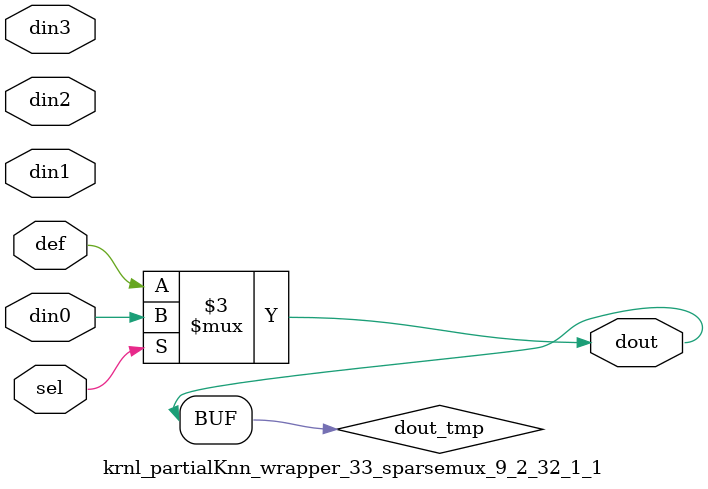
<source format=v>
`timescale 1ns / 1ps

module krnl_partialKnn_wrapper_33_sparsemux_9_2_32_1_1 (din0,din1,din2,din3,def,sel,dout);

parameter din0_WIDTH = 1;

parameter din1_WIDTH = 1;

parameter din2_WIDTH = 1;

parameter din3_WIDTH = 1;

parameter def_WIDTH = 1;
parameter sel_WIDTH = 1;
parameter dout_WIDTH = 1;

parameter [sel_WIDTH-1:0] CASE0 = 1;

parameter [sel_WIDTH-1:0] CASE1 = 1;

parameter [sel_WIDTH-1:0] CASE2 = 1;

parameter [sel_WIDTH-1:0] CASE3 = 1;

parameter ID = 1;
parameter NUM_STAGE = 1;



input [din0_WIDTH-1:0] din0;

input [din1_WIDTH-1:0] din1;

input [din2_WIDTH-1:0] din2;

input [din3_WIDTH-1:0] din3;

input [def_WIDTH-1:0] def;
input [sel_WIDTH-1:0] sel;

output [dout_WIDTH-1:0] dout;



reg [dout_WIDTH-1:0] dout_tmp;

always @ (*) begin
case (sel)
    
    CASE0 : dout_tmp = din0;
    
    CASE1 : dout_tmp = din1;
    
    CASE2 : dout_tmp = din2;
    
    CASE3 : dout_tmp = din3;
    
    default : dout_tmp = def;
endcase
end


assign dout = dout_tmp;



endmodule

</source>
